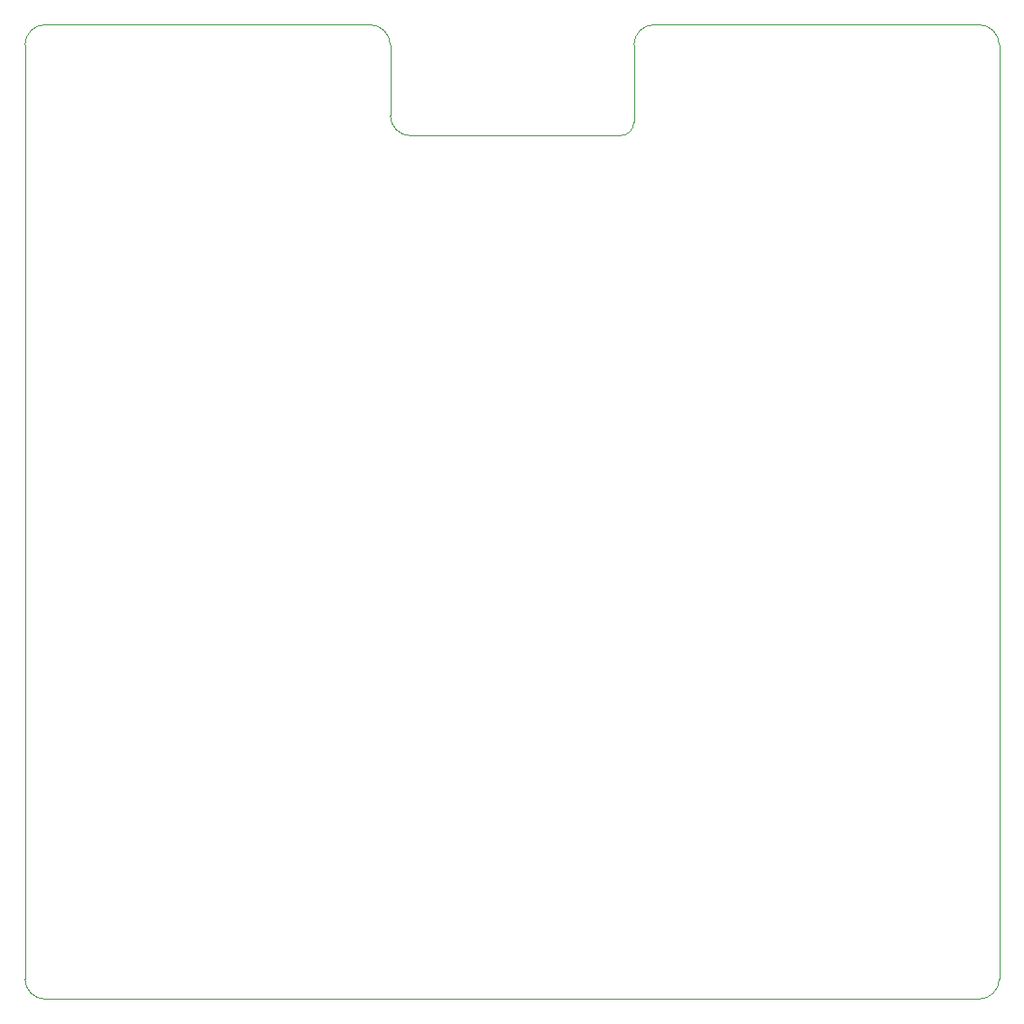
<source format=gm1>
G04 #@! TF.FileFunction,Profile,NP*
%FSLAX46Y46*%
G04 Gerber Fmt 4.6, Leading zero omitted, Abs format (unit mm)*
G04 Created by KiCad (PCBNEW 4.0.0-rc1-stable) date to  8. lokakuuta 2015 13.09.15*
%MOMM*%
G01*
G04 APERTURE LIST*
%ADD10C,0.150000*%
%ADD11C,0.100000*%
G04 APERTURE END LIST*
D10*
D11*
X143510000Y-58102500D02*
X143510000Y-52705000D01*
X120650000Y-52705000D02*
X120650000Y-58102500D01*
X177800000Y-52705000D02*
X177800000Y-140335000D01*
X175895000Y-142240000D02*
G75*
G03X177800000Y-140335000I0J1905000D01*
G01*
X88265000Y-142240000D02*
X175895000Y-142240000D01*
X86360000Y-140335000D02*
G75*
G03X88265000Y-142240000I1905000J0D01*
G01*
X86360000Y-57785000D02*
X86360000Y-140335000D01*
X174625000Y-50800000D02*
X175895000Y-50800000D01*
X177800000Y-52705000D02*
G75*
G03X175895000Y-50800000I-1905000J0D01*
G01*
X174625000Y-50800000D02*
X151765000Y-50800000D01*
X86360000Y-52705000D02*
X86360000Y-53975000D01*
X88265000Y-50800000D02*
G75*
G03X86360000Y-52705000I0J-1905000D01*
G01*
X102870000Y-50800000D02*
X88265000Y-50800000D01*
X86360000Y-57785000D02*
X86360000Y-53975000D01*
X122555000Y-61214000D02*
X142240000Y-61214000D01*
X143510000Y-58039000D02*
X143510000Y-59944000D01*
X142240000Y-61214000D02*
G75*
G03X143510000Y-59944000I0J1270000D01*
G01*
X120650000Y-58039000D02*
X120650000Y-59309000D01*
X120650000Y-59309000D02*
G75*
G03X122555000Y-61214000I1905000J0D01*
G01*
X145415000Y-50800000D02*
G75*
G03X143510000Y-52705000I0J-1905000D01*
G01*
X151765000Y-50800000D02*
X145415000Y-50800000D01*
X114935000Y-50800000D02*
X118745000Y-50800000D01*
X120650000Y-52705000D02*
G75*
G03X118745000Y-50800000I-1905000J0D01*
G01*
X102870000Y-50800000D02*
X114935000Y-50800000D01*
M02*

</source>
